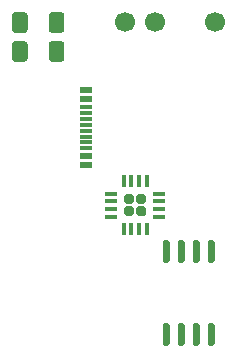
<source format=gbr>
%TF.GenerationSoftware,KiCad,Pcbnew,(5.1.9-0-10_14)*%
%TF.CreationDate,2021-04-09T16:47:02+01:00*%
%TF.ProjectId,Keypad,4b657970-6164-42e6-9b69-6361645f7063,2*%
%TF.SameCoordinates,Original*%
%TF.FileFunction,Paste,Bot*%
%TF.FilePolarity,Positive*%
%FSLAX46Y46*%
G04 Gerber Fmt 4.6, Leading zero omitted, Abs format (unit mm)*
G04 Created by KiCad (PCBNEW (5.1.9-0-10_14)) date 2021-04-09 16:47:02*
%MOMM*%
%LPD*%
G01*
G04 APERTURE LIST*
%ADD10C,1.700000*%
%ADD11R,1.000000X0.300000*%
%ADD12R,0.300000X1.000000*%
%ADD13R,1.140000X0.600000*%
%ADD14R,1.140000X0.300000*%
G04 APERTURE END LIST*
%TO.C,U3*%
G36*
G01*
X125845000Y-125250000D02*
X126145000Y-125250000D01*
G75*
G02*
X126295000Y-125400000I0J-150000D01*
G01*
X126295000Y-127000000D01*
G75*
G02*
X126145000Y-127150000I-150000J0D01*
G01*
X125845000Y-127150000D01*
G75*
G02*
X125695000Y-127000000I0J150000D01*
G01*
X125695000Y-125400000D01*
G75*
G02*
X125845000Y-125250000I150000J0D01*
G01*
G37*
G36*
G01*
X127115000Y-125250000D02*
X127415000Y-125250000D01*
G75*
G02*
X127565000Y-125400000I0J-150000D01*
G01*
X127565000Y-127000000D01*
G75*
G02*
X127415000Y-127150000I-150000J0D01*
G01*
X127115000Y-127150000D01*
G75*
G02*
X126965000Y-127000000I0J150000D01*
G01*
X126965000Y-125400000D01*
G75*
G02*
X127115000Y-125250000I150000J0D01*
G01*
G37*
G36*
G01*
X128385000Y-125250000D02*
X128685000Y-125250000D01*
G75*
G02*
X128835000Y-125400000I0J-150000D01*
G01*
X128835000Y-127000000D01*
G75*
G02*
X128685000Y-127150000I-150000J0D01*
G01*
X128385000Y-127150000D01*
G75*
G02*
X128235000Y-127000000I0J150000D01*
G01*
X128235000Y-125400000D01*
G75*
G02*
X128385000Y-125250000I150000J0D01*
G01*
G37*
G36*
G01*
X129655000Y-125250000D02*
X129955000Y-125250000D01*
G75*
G02*
X130105000Y-125400000I0J-150000D01*
G01*
X130105000Y-127000000D01*
G75*
G02*
X129955000Y-127150000I-150000J0D01*
G01*
X129655000Y-127150000D01*
G75*
G02*
X129505000Y-127000000I0J150000D01*
G01*
X129505000Y-125400000D01*
G75*
G02*
X129655000Y-125250000I150000J0D01*
G01*
G37*
G36*
G01*
X129655000Y-118250000D02*
X129955000Y-118250000D01*
G75*
G02*
X130105000Y-118400000I0J-150000D01*
G01*
X130105000Y-120000000D01*
G75*
G02*
X129955000Y-120150000I-150000J0D01*
G01*
X129655000Y-120150000D01*
G75*
G02*
X129505000Y-120000000I0J150000D01*
G01*
X129505000Y-118400000D01*
G75*
G02*
X129655000Y-118250000I150000J0D01*
G01*
G37*
G36*
G01*
X128385000Y-118250000D02*
X128685000Y-118250000D01*
G75*
G02*
X128835000Y-118400000I0J-150000D01*
G01*
X128835000Y-120000000D01*
G75*
G02*
X128685000Y-120150000I-150000J0D01*
G01*
X128385000Y-120150000D01*
G75*
G02*
X128235000Y-120000000I0J150000D01*
G01*
X128235000Y-118400000D01*
G75*
G02*
X128385000Y-118250000I150000J0D01*
G01*
G37*
G36*
G01*
X127115000Y-118250000D02*
X127415000Y-118250000D01*
G75*
G02*
X127565000Y-118400000I0J-150000D01*
G01*
X127565000Y-120000000D01*
G75*
G02*
X127415000Y-120150000I-150000J0D01*
G01*
X127115000Y-120150000D01*
G75*
G02*
X126965000Y-120000000I0J150000D01*
G01*
X126965000Y-118400000D01*
G75*
G02*
X127115000Y-118250000I150000J0D01*
G01*
G37*
G36*
G01*
X125845000Y-118250000D02*
X126145000Y-118250000D01*
G75*
G02*
X126295000Y-118400000I0J-150000D01*
G01*
X126295000Y-120000000D01*
G75*
G02*
X126145000Y-120150000I-150000J0D01*
G01*
X125845000Y-120150000D01*
G75*
G02*
X125695000Y-120000000I0J150000D01*
G01*
X125695000Y-118400000D01*
G75*
G02*
X125845000Y-118250000I150000J0D01*
G01*
G37*
%TD*%
D10*
%TO.C,M1*%
X122490000Y-99770000D03*
X130110000Y-99770000D03*
X125030000Y-99770000D03*
%TD*%
%TO.C,U2*%
G36*
G01*
X123037500Y-115150000D02*
X122612500Y-115150000D01*
G75*
G02*
X122400000Y-114937500I0J212500D01*
G01*
X122400000Y-114512500D01*
G75*
G02*
X122612500Y-114300000I212500J0D01*
G01*
X123037500Y-114300000D01*
G75*
G02*
X123250000Y-114512500I0J-212500D01*
G01*
X123250000Y-114937500D01*
G75*
G02*
X123037500Y-115150000I-212500J0D01*
G01*
G37*
G36*
G01*
X124087500Y-115150000D02*
X123662500Y-115150000D01*
G75*
G02*
X123450000Y-114937500I0J212500D01*
G01*
X123450000Y-114512500D01*
G75*
G02*
X123662500Y-114300000I212500J0D01*
G01*
X124087500Y-114300000D01*
G75*
G02*
X124300000Y-114512500I0J-212500D01*
G01*
X124300000Y-114937500D01*
G75*
G02*
X124087500Y-115150000I-212500J0D01*
G01*
G37*
G36*
G01*
X123037500Y-116200000D02*
X122612500Y-116200000D01*
G75*
G02*
X122400000Y-115987500I0J212500D01*
G01*
X122400000Y-115562500D01*
G75*
G02*
X122612500Y-115350000I212500J0D01*
G01*
X123037500Y-115350000D01*
G75*
G02*
X123250000Y-115562500I0J-212500D01*
G01*
X123250000Y-115987500D01*
G75*
G02*
X123037500Y-116200000I-212500J0D01*
G01*
G37*
G36*
G01*
X124087500Y-116200000D02*
X123662500Y-116200000D01*
G75*
G02*
X123450000Y-115987500I0J212500D01*
G01*
X123450000Y-115562500D01*
G75*
G02*
X123662500Y-115350000I212500J0D01*
G01*
X124087500Y-115350000D01*
G75*
G02*
X124300000Y-115562500I0J-212500D01*
G01*
X124300000Y-115987500D01*
G75*
G02*
X124087500Y-116200000I-212500J0D01*
G01*
G37*
D11*
X125400000Y-116225000D03*
X125400000Y-115575000D03*
X125400000Y-114925000D03*
X125400000Y-114275000D03*
D12*
X124325000Y-113200000D03*
X123675000Y-113200000D03*
X123025000Y-113200000D03*
X122375000Y-113200000D03*
D11*
X121300000Y-114275000D03*
X121300000Y-114925000D03*
X121300000Y-115575000D03*
X121300000Y-116225000D03*
D12*
X122375000Y-117300000D03*
X123025000Y-117300000D03*
X123675000Y-117300000D03*
X124325000Y-117300000D03*
%TD*%
D13*
%TO.C,J2*%
X119160000Y-105500000D03*
X119160000Y-111100000D03*
X119160000Y-111900000D03*
X119160000Y-106300000D03*
D14*
X119160000Y-108450000D03*
X119160000Y-108950000D03*
X119160000Y-107950000D03*
X119160000Y-109450000D03*
X119160000Y-107450000D03*
X119160000Y-109950000D03*
X119160000Y-106950000D03*
X119160000Y-110450000D03*
D13*
X119160000Y-106300000D03*
X119160000Y-111100000D03*
X119160000Y-105500000D03*
X119160000Y-111900000D03*
%TD*%
%TO.C,R7*%
G36*
G01*
X116050000Y-102875000D02*
X116050000Y-101625000D01*
G75*
G02*
X116300000Y-101375000I250000J0D01*
G01*
X117100000Y-101375000D01*
G75*
G02*
X117350000Y-101625000I0J-250000D01*
G01*
X117350000Y-102875000D01*
G75*
G02*
X117100000Y-103125000I-250000J0D01*
G01*
X116300000Y-103125000D01*
G75*
G02*
X116050000Y-102875000I0J250000D01*
G01*
G37*
G36*
G01*
X112950000Y-102875000D02*
X112950000Y-101625000D01*
G75*
G02*
X113200000Y-101375000I250000J0D01*
G01*
X114000000Y-101375000D01*
G75*
G02*
X114250000Y-101625000I0J-250000D01*
G01*
X114250000Y-102875000D01*
G75*
G02*
X114000000Y-103125000I-250000J0D01*
G01*
X113200000Y-103125000D01*
G75*
G02*
X112950000Y-102875000I0J250000D01*
G01*
G37*
%TD*%
%TO.C,R6*%
G36*
G01*
X114250000Y-99175000D02*
X114250000Y-100425000D01*
G75*
G02*
X114000000Y-100675000I-250000J0D01*
G01*
X113200000Y-100675000D01*
G75*
G02*
X112950000Y-100425000I0J250000D01*
G01*
X112950000Y-99175000D01*
G75*
G02*
X113200000Y-98925000I250000J0D01*
G01*
X114000000Y-98925000D01*
G75*
G02*
X114250000Y-99175000I0J-250000D01*
G01*
G37*
G36*
G01*
X117350000Y-99175000D02*
X117350000Y-100425000D01*
G75*
G02*
X117100000Y-100675000I-250000J0D01*
G01*
X116300000Y-100675000D01*
G75*
G02*
X116050000Y-100425000I0J250000D01*
G01*
X116050000Y-99175000D01*
G75*
G02*
X116300000Y-98925000I250000J0D01*
G01*
X117100000Y-98925000D01*
G75*
G02*
X117350000Y-99175000I0J-250000D01*
G01*
G37*
%TD*%
M02*

</source>
